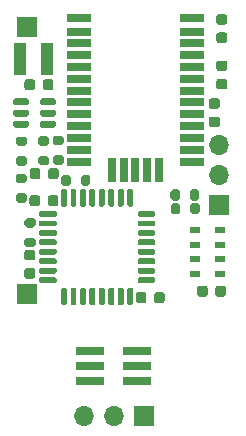
<source format=gbr>
%TF.GenerationSoftware,KiCad,Pcbnew,5.1.9*%
%TF.CreationDate,2021-03-27T13:30:24+01:00*%
%TF.ProjectId,picoballoon,7069636f-6261-46c6-9c6f-6f6e2e6b6963,0.1*%
%TF.SameCoordinates,Original*%
%TF.FileFunction,Soldermask,Top*%
%TF.FilePolarity,Negative*%
%FSLAX46Y46*%
G04 Gerber Fmt 4.6, Leading zero omitted, Abs format (unit mm)*
G04 Created by KiCad (PCBNEW 5.1.9) date 2021-03-27 13:30:24*
%MOMM*%
%LPD*%
G01*
G04 APERTURE LIST*
%ADD10O,1.700000X1.700000*%
%ADD11R,1.700000X1.700000*%
%ADD12R,0.700000X2.150000*%
%ADD13R,2.150000X0.700000*%
%ADD14R,2.400000X0.740000*%
%ADD15R,1.000000X2.750000*%
%ADD16R,0.950000X0.550000*%
G04 APERTURE END LIST*
D10*
%TO.C,J5*%
X137380000Y-69940000D03*
X137380000Y-72480000D03*
D11*
X137380000Y-75020000D03*
%TD*%
%TO.C,J2*%
X121100000Y-82600000D03*
%TD*%
%TO.C,R3*%
G36*
G01*
X120925000Y-70050000D02*
X120375000Y-70050000D01*
G75*
G02*
X120175000Y-69850000I0J200000D01*
G01*
X120175000Y-69450000D01*
G75*
G02*
X120375000Y-69250000I200000J0D01*
G01*
X120925000Y-69250000D01*
G75*
G02*
X121125000Y-69450000I0J-200000D01*
G01*
X121125000Y-69850000D01*
G75*
G02*
X120925000Y-70050000I-200000J0D01*
G01*
G37*
G36*
G01*
X120925000Y-71700000D02*
X120375000Y-71700000D01*
G75*
G02*
X120175000Y-71500000I0J200000D01*
G01*
X120175000Y-71100000D01*
G75*
G02*
X120375000Y-70900000I200000J0D01*
G01*
X120925000Y-70900000D01*
G75*
G02*
X121125000Y-71100000I0J-200000D01*
G01*
X121125000Y-71500000D01*
G75*
G02*
X120925000Y-71700000I-200000J0D01*
G01*
G37*
%TD*%
%TO.C,U4*%
G36*
G01*
X122125000Y-75925000D02*
X122125000Y-75675000D01*
G75*
G02*
X122250000Y-75550000I125000J0D01*
G01*
X123500000Y-75550000D01*
G75*
G02*
X123625000Y-75675000I0J-125000D01*
G01*
X123625000Y-75925000D01*
G75*
G02*
X123500000Y-76050000I-125000J0D01*
G01*
X122250000Y-76050000D01*
G75*
G02*
X122125000Y-75925000I0J125000D01*
G01*
G37*
G36*
G01*
X122125000Y-76725000D02*
X122125000Y-76475000D01*
G75*
G02*
X122250000Y-76350000I125000J0D01*
G01*
X123500000Y-76350000D01*
G75*
G02*
X123625000Y-76475000I0J-125000D01*
G01*
X123625000Y-76725000D01*
G75*
G02*
X123500000Y-76850000I-125000J0D01*
G01*
X122250000Y-76850000D01*
G75*
G02*
X122125000Y-76725000I0J125000D01*
G01*
G37*
G36*
G01*
X122125000Y-77525000D02*
X122125000Y-77275000D01*
G75*
G02*
X122250000Y-77150000I125000J0D01*
G01*
X123500000Y-77150000D01*
G75*
G02*
X123625000Y-77275000I0J-125000D01*
G01*
X123625000Y-77525000D01*
G75*
G02*
X123500000Y-77650000I-125000J0D01*
G01*
X122250000Y-77650000D01*
G75*
G02*
X122125000Y-77525000I0J125000D01*
G01*
G37*
G36*
G01*
X122125000Y-78325000D02*
X122125000Y-78075000D01*
G75*
G02*
X122250000Y-77950000I125000J0D01*
G01*
X123500000Y-77950000D01*
G75*
G02*
X123625000Y-78075000I0J-125000D01*
G01*
X123625000Y-78325000D01*
G75*
G02*
X123500000Y-78450000I-125000J0D01*
G01*
X122250000Y-78450000D01*
G75*
G02*
X122125000Y-78325000I0J125000D01*
G01*
G37*
G36*
G01*
X122125000Y-79125000D02*
X122125000Y-78875000D01*
G75*
G02*
X122250000Y-78750000I125000J0D01*
G01*
X123500000Y-78750000D01*
G75*
G02*
X123625000Y-78875000I0J-125000D01*
G01*
X123625000Y-79125000D01*
G75*
G02*
X123500000Y-79250000I-125000J0D01*
G01*
X122250000Y-79250000D01*
G75*
G02*
X122125000Y-79125000I0J125000D01*
G01*
G37*
G36*
G01*
X122125000Y-79925000D02*
X122125000Y-79675000D01*
G75*
G02*
X122250000Y-79550000I125000J0D01*
G01*
X123500000Y-79550000D01*
G75*
G02*
X123625000Y-79675000I0J-125000D01*
G01*
X123625000Y-79925000D01*
G75*
G02*
X123500000Y-80050000I-125000J0D01*
G01*
X122250000Y-80050000D01*
G75*
G02*
X122125000Y-79925000I0J125000D01*
G01*
G37*
G36*
G01*
X122125000Y-80725000D02*
X122125000Y-80475000D01*
G75*
G02*
X122250000Y-80350000I125000J0D01*
G01*
X123500000Y-80350000D01*
G75*
G02*
X123625000Y-80475000I0J-125000D01*
G01*
X123625000Y-80725000D01*
G75*
G02*
X123500000Y-80850000I-125000J0D01*
G01*
X122250000Y-80850000D01*
G75*
G02*
X122125000Y-80725000I0J125000D01*
G01*
G37*
G36*
G01*
X122125000Y-81525000D02*
X122125000Y-81275000D01*
G75*
G02*
X122250000Y-81150000I125000J0D01*
G01*
X123500000Y-81150000D01*
G75*
G02*
X123625000Y-81275000I0J-125000D01*
G01*
X123625000Y-81525000D01*
G75*
G02*
X123500000Y-81650000I-125000J0D01*
G01*
X122250000Y-81650000D01*
G75*
G02*
X122125000Y-81525000I0J125000D01*
G01*
G37*
G36*
G01*
X124000000Y-83400000D02*
X124000000Y-82150000D01*
G75*
G02*
X124125000Y-82025000I125000J0D01*
G01*
X124375000Y-82025000D01*
G75*
G02*
X124500000Y-82150000I0J-125000D01*
G01*
X124500000Y-83400000D01*
G75*
G02*
X124375000Y-83525000I-125000J0D01*
G01*
X124125000Y-83525000D01*
G75*
G02*
X124000000Y-83400000I0J125000D01*
G01*
G37*
G36*
G01*
X124800000Y-83400000D02*
X124800000Y-82150000D01*
G75*
G02*
X124925000Y-82025000I125000J0D01*
G01*
X125175000Y-82025000D01*
G75*
G02*
X125300000Y-82150000I0J-125000D01*
G01*
X125300000Y-83400000D01*
G75*
G02*
X125175000Y-83525000I-125000J0D01*
G01*
X124925000Y-83525000D01*
G75*
G02*
X124800000Y-83400000I0J125000D01*
G01*
G37*
G36*
G01*
X125600000Y-83400000D02*
X125600000Y-82150000D01*
G75*
G02*
X125725000Y-82025000I125000J0D01*
G01*
X125975000Y-82025000D01*
G75*
G02*
X126100000Y-82150000I0J-125000D01*
G01*
X126100000Y-83400000D01*
G75*
G02*
X125975000Y-83525000I-125000J0D01*
G01*
X125725000Y-83525000D01*
G75*
G02*
X125600000Y-83400000I0J125000D01*
G01*
G37*
G36*
G01*
X126400000Y-83400000D02*
X126400000Y-82150000D01*
G75*
G02*
X126525000Y-82025000I125000J0D01*
G01*
X126775000Y-82025000D01*
G75*
G02*
X126900000Y-82150000I0J-125000D01*
G01*
X126900000Y-83400000D01*
G75*
G02*
X126775000Y-83525000I-125000J0D01*
G01*
X126525000Y-83525000D01*
G75*
G02*
X126400000Y-83400000I0J125000D01*
G01*
G37*
G36*
G01*
X127200000Y-83400000D02*
X127200000Y-82150000D01*
G75*
G02*
X127325000Y-82025000I125000J0D01*
G01*
X127575000Y-82025000D01*
G75*
G02*
X127700000Y-82150000I0J-125000D01*
G01*
X127700000Y-83400000D01*
G75*
G02*
X127575000Y-83525000I-125000J0D01*
G01*
X127325000Y-83525000D01*
G75*
G02*
X127200000Y-83400000I0J125000D01*
G01*
G37*
G36*
G01*
X128000000Y-83400000D02*
X128000000Y-82150000D01*
G75*
G02*
X128125000Y-82025000I125000J0D01*
G01*
X128375000Y-82025000D01*
G75*
G02*
X128500000Y-82150000I0J-125000D01*
G01*
X128500000Y-83400000D01*
G75*
G02*
X128375000Y-83525000I-125000J0D01*
G01*
X128125000Y-83525000D01*
G75*
G02*
X128000000Y-83400000I0J125000D01*
G01*
G37*
G36*
G01*
X128800000Y-83400000D02*
X128800000Y-82150000D01*
G75*
G02*
X128925000Y-82025000I125000J0D01*
G01*
X129175000Y-82025000D01*
G75*
G02*
X129300000Y-82150000I0J-125000D01*
G01*
X129300000Y-83400000D01*
G75*
G02*
X129175000Y-83525000I-125000J0D01*
G01*
X128925000Y-83525000D01*
G75*
G02*
X128800000Y-83400000I0J125000D01*
G01*
G37*
G36*
G01*
X129600000Y-83400000D02*
X129600000Y-82150000D01*
G75*
G02*
X129725000Y-82025000I125000J0D01*
G01*
X129975000Y-82025000D01*
G75*
G02*
X130100000Y-82150000I0J-125000D01*
G01*
X130100000Y-83400000D01*
G75*
G02*
X129975000Y-83525000I-125000J0D01*
G01*
X129725000Y-83525000D01*
G75*
G02*
X129600000Y-83400000I0J125000D01*
G01*
G37*
G36*
G01*
X130475000Y-81525000D02*
X130475000Y-81275000D01*
G75*
G02*
X130600000Y-81150000I125000J0D01*
G01*
X131850000Y-81150000D01*
G75*
G02*
X131975000Y-81275000I0J-125000D01*
G01*
X131975000Y-81525000D01*
G75*
G02*
X131850000Y-81650000I-125000J0D01*
G01*
X130600000Y-81650000D01*
G75*
G02*
X130475000Y-81525000I0J125000D01*
G01*
G37*
G36*
G01*
X130475000Y-80725000D02*
X130475000Y-80475000D01*
G75*
G02*
X130600000Y-80350000I125000J0D01*
G01*
X131850000Y-80350000D01*
G75*
G02*
X131975000Y-80475000I0J-125000D01*
G01*
X131975000Y-80725000D01*
G75*
G02*
X131850000Y-80850000I-125000J0D01*
G01*
X130600000Y-80850000D01*
G75*
G02*
X130475000Y-80725000I0J125000D01*
G01*
G37*
G36*
G01*
X130475000Y-79925000D02*
X130475000Y-79675000D01*
G75*
G02*
X130600000Y-79550000I125000J0D01*
G01*
X131850000Y-79550000D01*
G75*
G02*
X131975000Y-79675000I0J-125000D01*
G01*
X131975000Y-79925000D01*
G75*
G02*
X131850000Y-80050000I-125000J0D01*
G01*
X130600000Y-80050000D01*
G75*
G02*
X130475000Y-79925000I0J125000D01*
G01*
G37*
G36*
G01*
X130475000Y-79125000D02*
X130475000Y-78875000D01*
G75*
G02*
X130600000Y-78750000I125000J0D01*
G01*
X131850000Y-78750000D01*
G75*
G02*
X131975000Y-78875000I0J-125000D01*
G01*
X131975000Y-79125000D01*
G75*
G02*
X131850000Y-79250000I-125000J0D01*
G01*
X130600000Y-79250000D01*
G75*
G02*
X130475000Y-79125000I0J125000D01*
G01*
G37*
G36*
G01*
X130475000Y-78325000D02*
X130475000Y-78075000D01*
G75*
G02*
X130600000Y-77950000I125000J0D01*
G01*
X131850000Y-77950000D01*
G75*
G02*
X131975000Y-78075000I0J-125000D01*
G01*
X131975000Y-78325000D01*
G75*
G02*
X131850000Y-78450000I-125000J0D01*
G01*
X130600000Y-78450000D01*
G75*
G02*
X130475000Y-78325000I0J125000D01*
G01*
G37*
G36*
G01*
X130475000Y-77525000D02*
X130475000Y-77275000D01*
G75*
G02*
X130600000Y-77150000I125000J0D01*
G01*
X131850000Y-77150000D01*
G75*
G02*
X131975000Y-77275000I0J-125000D01*
G01*
X131975000Y-77525000D01*
G75*
G02*
X131850000Y-77650000I-125000J0D01*
G01*
X130600000Y-77650000D01*
G75*
G02*
X130475000Y-77525000I0J125000D01*
G01*
G37*
G36*
G01*
X130475000Y-76725000D02*
X130475000Y-76475000D01*
G75*
G02*
X130600000Y-76350000I125000J0D01*
G01*
X131850000Y-76350000D01*
G75*
G02*
X131975000Y-76475000I0J-125000D01*
G01*
X131975000Y-76725000D01*
G75*
G02*
X131850000Y-76850000I-125000J0D01*
G01*
X130600000Y-76850000D01*
G75*
G02*
X130475000Y-76725000I0J125000D01*
G01*
G37*
G36*
G01*
X130475000Y-75925000D02*
X130475000Y-75675000D01*
G75*
G02*
X130600000Y-75550000I125000J0D01*
G01*
X131850000Y-75550000D01*
G75*
G02*
X131975000Y-75675000I0J-125000D01*
G01*
X131975000Y-75925000D01*
G75*
G02*
X131850000Y-76050000I-125000J0D01*
G01*
X130600000Y-76050000D01*
G75*
G02*
X130475000Y-75925000I0J125000D01*
G01*
G37*
G36*
G01*
X129600000Y-75050000D02*
X129600000Y-73800000D01*
G75*
G02*
X129725000Y-73675000I125000J0D01*
G01*
X129975000Y-73675000D01*
G75*
G02*
X130100000Y-73800000I0J-125000D01*
G01*
X130100000Y-75050000D01*
G75*
G02*
X129975000Y-75175000I-125000J0D01*
G01*
X129725000Y-75175000D01*
G75*
G02*
X129600000Y-75050000I0J125000D01*
G01*
G37*
G36*
G01*
X128800000Y-75050000D02*
X128800000Y-73800000D01*
G75*
G02*
X128925000Y-73675000I125000J0D01*
G01*
X129175000Y-73675000D01*
G75*
G02*
X129300000Y-73800000I0J-125000D01*
G01*
X129300000Y-75050000D01*
G75*
G02*
X129175000Y-75175000I-125000J0D01*
G01*
X128925000Y-75175000D01*
G75*
G02*
X128800000Y-75050000I0J125000D01*
G01*
G37*
G36*
G01*
X128000000Y-75050000D02*
X128000000Y-73800000D01*
G75*
G02*
X128125000Y-73675000I125000J0D01*
G01*
X128375000Y-73675000D01*
G75*
G02*
X128500000Y-73800000I0J-125000D01*
G01*
X128500000Y-75050000D01*
G75*
G02*
X128375000Y-75175000I-125000J0D01*
G01*
X128125000Y-75175000D01*
G75*
G02*
X128000000Y-75050000I0J125000D01*
G01*
G37*
G36*
G01*
X127200000Y-75050000D02*
X127200000Y-73800000D01*
G75*
G02*
X127325000Y-73675000I125000J0D01*
G01*
X127575000Y-73675000D01*
G75*
G02*
X127700000Y-73800000I0J-125000D01*
G01*
X127700000Y-75050000D01*
G75*
G02*
X127575000Y-75175000I-125000J0D01*
G01*
X127325000Y-75175000D01*
G75*
G02*
X127200000Y-75050000I0J125000D01*
G01*
G37*
G36*
G01*
X126400000Y-75050000D02*
X126400000Y-73800000D01*
G75*
G02*
X126525000Y-73675000I125000J0D01*
G01*
X126775000Y-73675000D01*
G75*
G02*
X126900000Y-73800000I0J-125000D01*
G01*
X126900000Y-75050000D01*
G75*
G02*
X126775000Y-75175000I-125000J0D01*
G01*
X126525000Y-75175000D01*
G75*
G02*
X126400000Y-75050000I0J125000D01*
G01*
G37*
G36*
G01*
X125600000Y-75050000D02*
X125600000Y-73800000D01*
G75*
G02*
X125725000Y-73675000I125000J0D01*
G01*
X125975000Y-73675000D01*
G75*
G02*
X126100000Y-73800000I0J-125000D01*
G01*
X126100000Y-75050000D01*
G75*
G02*
X125975000Y-75175000I-125000J0D01*
G01*
X125725000Y-75175000D01*
G75*
G02*
X125600000Y-75050000I0J125000D01*
G01*
G37*
G36*
G01*
X124800000Y-75050000D02*
X124800000Y-73800000D01*
G75*
G02*
X124925000Y-73675000I125000J0D01*
G01*
X125175000Y-73675000D01*
G75*
G02*
X125300000Y-73800000I0J-125000D01*
G01*
X125300000Y-75050000D01*
G75*
G02*
X125175000Y-75175000I-125000J0D01*
G01*
X124925000Y-75175000D01*
G75*
G02*
X124800000Y-75050000I0J125000D01*
G01*
G37*
G36*
G01*
X124000000Y-75050000D02*
X124000000Y-73800000D01*
G75*
G02*
X124125000Y-73675000I125000J0D01*
G01*
X124375000Y-73675000D01*
G75*
G02*
X124500000Y-73800000I0J-125000D01*
G01*
X124500000Y-75050000D01*
G75*
G02*
X124375000Y-75175000I-125000J0D01*
G01*
X124125000Y-75175000D01*
G75*
G02*
X124000000Y-75050000I0J125000D01*
G01*
G37*
%TD*%
D12*
%TO.C,U3*%
X132300000Y-72100000D03*
X131300000Y-72100000D03*
X130300000Y-72100000D03*
X129300000Y-72100000D03*
X128300000Y-72100000D03*
D13*
X125550000Y-71350000D03*
X125550000Y-70350000D03*
X125550000Y-69350000D03*
X125550000Y-68350000D03*
X125550000Y-67350000D03*
X125550000Y-66350000D03*
X125550000Y-65350000D03*
X125550000Y-64350000D03*
X125550000Y-63350000D03*
X125550000Y-62350000D03*
X125550000Y-61350000D03*
X125550000Y-60350000D03*
X125550000Y-59200000D03*
X135050000Y-59200000D03*
X135050000Y-60350000D03*
X135050000Y-61350000D03*
X135050000Y-62350000D03*
X135050000Y-63350000D03*
X135050000Y-64350000D03*
X135050000Y-65350000D03*
X135050000Y-66350000D03*
X135050000Y-67350000D03*
X135050000Y-68350000D03*
X135050000Y-69350000D03*
X135050000Y-70350000D03*
X135050000Y-71350000D03*
%TD*%
%TO.C,C1*%
G36*
G01*
X137850000Y-59775000D02*
X137350000Y-59775000D01*
G75*
G02*
X137125000Y-59550000I0J225000D01*
G01*
X137125000Y-59100000D01*
G75*
G02*
X137350000Y-58875000I225000J0D01*
G01*
X137850000Y-58875000D01*
G75*
G02*
X138075000Y-59100000I0J-225000D01*
G01*
X138075000Y-59550000D01*
G75*
G02*
X137850000Y-59775000I-225000J0D01*
G01*
G37*
G36*
G01*
X137850000Y-61325000D02*
X137350000Y-61325000D01*
G75*
G02*
X137125000Y-61100000I0J225000D01*
G01*
X137125000Y-60650000D01*
G75*
G02*
X137350000Y-60425000I225000J0D01*
G01*
X137850000Y-60425000D01*
G75*
G02*
X138075000Y-60650000I0J-225000D01*
G01*
X138075000Y-61100000D01*
G75*
G02*
X137850000Y-61325000I-225000J0D01*
G01*
G37*
%TD*%
%TO.C,C2*%
G36*
G01*
X137350000Y-62800000D02*
X137850000Y-62800000D01*
G75*
G02*
X138075000Y-63025000I0J-225000D01*
G01*
X138075000Y-63475000D01*
G75*
G02*
X137850000Y-63700000I-225000J0D01*
G01*
X137350000Y-63700000D01*
G75*
G02*
X137125000Y-63475000I0J225000D01*
G01*
X137125000Y-63025000D01*
G75*
G02*
X137350000Y-62800000I225000J0D01*
G01*
G37*
G36*
G01*
X137350000Y-64350000D02*
X137850000Y-64350000D01*
G75*
G02*
X138075000Y-64575000I0J-225000D01*
G01*
X138075000Y-65025000D01*
G75*
G02*
X137850000Y-65250000I-225000J0D01*
G01*
X137350000Y-65250000D01*
G75*
G02*
X137125000Y-65025000I0J225000D01*
G01*
X137125000Y-64575000D01*
G75*
G02*
X137350000Y-64350000I225000J0D01*
G01*
G37*
%TD*%
%TO.C,C4*%
G36*
G01*
X135510000Y-82580000D02*
X135510000Y-82080000D01*
G75*
G02*
X135735000Y-81855000I225000J0D01*
G01*
X136185000Y-81855000D01*
G75*
G02*
X136410000Y-82080000I0J-225000D01*
G01*
X136410000Y-82580000D01*
G75*
G02*
X136185000Y-82805000I-225000J0D01*
G01*
X135735000Y-82805000D01*
G75*
G02*
X135510000Y-82580000I0J225000D01*
G01*
G37*
G36*
G01*
X137060000Y-82580000D02*
X137060000Y-82080000D01*
G75*
G02*
X137285000Y-81855000I225000J0D01*
G01*
X137735000Y-81855000D01*
G75*
G02*
X137960000Y-82080000I0J-225000D01*
G01*
X137960000Y-82580000D01*
G75*
G02*
X137735000Y-82805000I-225000J0D01*
G01*
X137285000Y-82805000D01*
G75*
G02*
X137060000Y-82580000I0J225000D01*
G01*
G37*
%TD*%
%TO.C,C5*%
G36*
G01*
X137225000Y-68450000D02*
X136725000Y-68450000D01*
G75*
G02*
X136500000Y-68225000I0J225000D01*
G01*
X136500000Y-67775000D01*
G75*
G02*
X136725000Y-67550000I225000J0D01*
G01*
X137225000Y-67550000D01*
G75*
G02*
X137450000Y-67775000I0J-225000D01*
G01*
X137450000Y-68225000D01*
G75*
G02*
X137225000Y-68450000I-225000J0D01*
G01*
G37*
G36*
G01*
X137225000Y-66900000D02*
X136725000Y-66900000D01*
G75*
G02*
X136500000Y-66675000I0J225000D01*
G01*
X136500000Y-66225000D01*
G75*
G02*
X136725000Y-66000000I225000J0D01*
G01*
X137225000Y-66000000D01*
G75*
G02*
X137450000Y-66225000I0J-225000D01*
G01*
X137450000Y-66675000D01*
G75*
G02*
X137225000Y-66900000I-225000J0D01*
G01*
G37*
%TD*%
%TO.C,C6*%
G36*
G01*
X121800000Y-64600000D02*
X121800000Y-65100000D01*
G75*
G02*
X121575000Y-65325000I-225000J0D01*
G01*
X121125000Y-65325000D01*
G75*
G02*
X120900000Y-65100000I0J225000D01*
G01*
X120900000Y-64600000D01*
G75*
G02*
X121125000Y-64375000I225000J0D01*
G01*
X121575000Y-64375000D01*
G75*
G02*
X121800000Y-64600000I0J-225000D01*
G01*
G37*
G36*
G01*
X123350000Y-64600000D02*
X123350000Y-65100000D01*
G75*
G02*
X123125000Y-65325000I-225000J0D01*
G01*
X122675000Y-65325000D01*
G75*
G02*
X122450000Y-65100000I0J225000D01*
G01*
X122450000Y-64600000D01*
G75*
G02*
X122675000Y-64375000I225000J0D01*
G01*
X123125000Y-64375000D01*
G75*
G02*
X123350000Y-64600000I0J-225000D01*
G01*
G37*
%TD*%
%TO.C,C7*%
G36*
G01*
X121100000Y-78825000D02*
X121600000Y-78825000D01*
G75*
G02*
X121825000Y-79050000I0J-225000D01*
G01*
X121825000Y-79500000D01*
G75*
G02*
X121600000Y-79725000I-225000J0D01*
G01*
X121100000Y-79725000D01*
G75*
G02*
X120875000Y-79500000I0J225000D01*
G01*
X120875000Y-79050000D01*
G75*
G02*
X121100000Y-78825000I225000J0D01*
G01*
G37*
G36*
G01*
X121100000Y-80375000D02*
X121600000Y-80375000D01*
G75*
G02*
X121825000Y-80600000I0J-225000D01*
G01*
X121825000Y-81050000D01*
G75*
G02*
X121600000Y-81275000I-225000J0D01*
G01*
X121100000Y-81275000D01*
G75*
G02*
X120875000Y-81050000I0J225000D01*
G01*
X120875000Y-80600000D01*
G75*
G02*
X121100000Y-80375000I225000J0D01*
G01*
G37*
%TD*%
%TO.C,C8*%
G36*
G01*
X122875000Y-74925000D02*
X122875000Y-74425000D01*
G75*
G02*
X123100000Y-74200000I225000J0D01*
G01*
X123550000Y-74200000D01*
G75*
G02*
X123775000Y-74425000I0J-225000D01*
G01*
X123775000Y-74925000D01*
G75*
G02*
X123550000Y-75150000I-225000J0D01*
G01*
X123100000Y-75150000D01*
G75*
G02*
X122875000Y-74925000I0J225000D01*
G01*
G37*
G36*
G01*
X121325000Y-74925000D02*
X121325000Y-74425000D01*
G75*
G02*
X121550000Y-74200000I225000J0D01*
G01*
X122000000Y-74200000D01*
G75*
G02*
X122225000Y-74425000I0J-225000D01*
G01*
X122225000Y-74925000D01*
G75*
G02*
X122000000Y-75150000I-225000J0D01*
G01*
X121550000Y-75150000D01*
G75*
G02*
X121325000Y-74925000I0J225000D01*
G01*
G37*
%TD*%
%TO.C,C9*%
G36*
G01*
X121350000Y-72625000D02*
X121350000Y-72125000D01*
G75*
G02*
X121575000Y-71900000I225000J0D01*
G01*
X122025000Y-71900000D01*
G75*
G02*
X122250000Y-72125000I0J-225000D01*
G01*
X122250000Y-72625000D01*
G75*
G02*
X122025000Y-72850000I-225000J0D01*
G01*
X121575000Y-72850000D01*
G75*
G02*
X121350000Y-72625000I0J225000D01*
G01*
G37*
G36*
G01*
X122900000Y-72625000D02*
X122900000Y-72125000D01*
G75*
G02*
X123125000Y-71900000I225000J0D01*
G01*
X123575000Y-71900000D01*
G75*
G02*
X123800000Y-72125000I0J-225000D01*
G01*
X123800000Y-72625000D01*
G75*
G02*
X123575000Y-72850000I-225000J0D01*
G01*
X123125000Y-72850000D01*
G75*
G02*
X122900000Y-72625000I0J225000D01*
G01*
G37*
%TD*%
%TO.C,C10*%
G36*
G01*
X132780000Y-82630000D02*
X132780000Y-83130000D01*
G75*
G02*
X132555000Y-83355000I-225000J0D01*
G01*
X132105000Y-83355000D01*
G75*
G02*
X131880000Y-83130000I0J225000D01*
G01*
X131880000Y-82630000D01*
G75*
G02*
X132105000Y-82405000I225000J0D01*
G01*
X132555000Y-82405000D01*
G75*
G02*
X132780000Y-82630000I0J-225000D01*
G01*
G37*
G36*
G01*
X131230000Y-82630000D02*
X131230000Y-83130000D01*
G75*
G02*
X131005000Y-83355000I-225000J0D01*
G01*
X130555000Y-83355000D01*
G75*
G02*
X130330000Y-83130000I0J225000D01*
G01*
X130330000Y-82630000D01*
G75*
G02*
X130555000Y-82405000I225000J0D01*
G01*
X131005000Y-82405000D01*
G75*
G02*
X131230000Y-82630000I0J-225000D01*
G01*
G37*
%TD*%
D11*
%TO.C,J1*%
X121100000Y-59950000D03*
%TD*%
%TO.C,J3*%
X131020000Y-92860000D03*
D10*
X128480000Y-92860000D03*
X125940000Y-92860000D03*
%TD*%
D14*
%TO.C,J4*%
X126490000Y-87380000D03*
X130390000Y-87380000D03*
X126490000Y-88650000D03*
X130390000Y-88650000D03*
X126490000Y-89920000D03*
X130390000Y-89920000D03*
%TD*%
D15*
%TO.C,L1*%
X122850000Y-62650000D03*
X120550000Y-62650000D03*
%TD*%
%TO.C,R1*%
G36*
G01*
X133255000Y-74455000D02*
X133255000Y-73905000D01*
G75*
G02*
X133455000Y-73705000I200000J0D01*
G01*
X133855000Y-73705000D01*
G75*
G02*
X134055000Y-73905000I0J-200000D01*
G01*
X134055000Y-74455000D01*
G75*
G02*
X133855000Y-74655000I-200000J0D01*
G01*
X133455000Y-74655000D01*
G75*
G02*
X133255000Y-74455000I0J200000D01*
G01*
G37*
G36*
G01*
X134905000Y-74455000D02*
X134905000Y-73905000D01*
G75*
G02*
X135105000Y-73705000I200000J0D01*
G01*
X135505000Y-73705000D01*
G75*
G02*
X135705000Y-73905000I0J-200000D01*
G01*
X135705000Y-74455000D01*
G75*
G02*
X135505000Y-74655000I-200000J0D01*
G01*
X135105000Y-74655000D01*
G75*
G02*
X134905000Y-74455000I0J200000D01*
G01*
G37*
%TD*%
%TO.C,R2*%
G36*
G01*
X134935000Y-75625000D02*
X134935000Y-75075000D01*
G75*
G02*
X135135000Y-74875000I200000J0D01*
G01*
X135535000Y-74875000D01*
G75*
G02*
X135735000Y-75075000I0J-200000D01*
G01*
X135735000Y-75625000D01*
G75*
G02*
X135535000Y-75825000I-200000J0D01*
G01*
X135135000Y-75825000D01*
G75*
G02*
X134935000Y-75625000I0J200000D01*
G01*
G37*
G36*
G01*
X133285000Y-75625000D02*
X133285000Y-75075000D01*
G75*
G02*
X133485000Y-74875000I200000J0D01*
G01*
X133885000Y-74875000D01*
G75*
G02*
X134085000Y-75075000I0J-200000D01*
G01*
X134085000Y-75625000D01*
G75*
G02*
X133885000Y-75825000I-200000J0D01*
G01*
X133485000Y-75825000D01*
G75*
G02*
X133285000Y-75625000I0J200000D01*
G01*
G37*
%TD*%
%TO.C,R4*%
G36*
G01*
X126475000Y-72675000D02*
X126475000Y-73225000D01*
G75*
G02*
X126275000Y-73425000I-200000J0D01*
G01*
X125875000Y-73425000D01*
G75*
G02*
X125675000Y-73225000I0J200000D01*
G01*
X125675000Y-72675000D01*
G75*
G02*
X125875000Y-72475000I200000J0D01*
G01*
X126275000Y-72475000D01*
G75*
G02*
X126475000Y-72675000I0J-200000D01*
G01*
G37*
G36*
G01*
X124825000Y-72675000D02*
X124825000Y-73225000D01*
G75*
G02*
X124625000Y-73425000I-200000J0D01*
G01*
X124225000Y-73425000D01*
G75*
G02*
X124025000Y-73225000I0J200000D01*
G01*
X124025000Y-72675000D01*
G75*
G02*
X124225000Y-72475000I200000J0D01*
G01*
X124625000Y-72475000D01*
G75*
G02*
X124825000Y-72675000I0J-200000D01*
G01*
G37*
%TD*%
%TO.C,R5*%
G36*
G01*
X121650000Y-76950000D02*
X121100000Y-76950000D01*
G75*
G02*
X120900000Y-76750000I0J200000D01*
G01*
X120900000Y-76350000D01*
G75*
G02*
X121100000Y-76150000I200000J0D01*
G01*
X121650000Y-76150000D01*
G75*
G02*
X121850000Y-76350000I0J-200000D01*
G01*
X121850000Y-76750000D01*
G75*
G02*
X121650000Y-76950000I-200000J0D01*
G01*
G37*
G36*
G01*
X121650000Y-78600000D02*
X121100000Y-78600000D01*
G75*
G02*
X120900000Y-78400000I0J200000D01*
G01*
X120900000Y-78000000D01*
G75*
G02*
X121100000Y-77800000I200000J0D01*
G01*
X121650000Y-77800000D01*
G75*
G02*
X121850000Y-78000000I0J-200000D01*
G01*
X121850000Y-78400000D01*
G75*
G02*
X121650000Y-78600000I-200000J0D01*
G01*
G37*
%TD*%
%TO.C,R6*%
G36*
G01*
X120900000Y-74850000D02*
X120350000Y-74850000D01*
G75*
G02*
X120150000Y-74650000I0J200000D01*
G01*
X120150000Y-74250000D01*
G75*
G02*
X120350000Y-74050000I200000J0D01*
G01*
X120900000Y-74050000D01*
G75*
G02*
X121100000Y-74250000I0J-200000D01*
G01*
X121100000Y-74650000D01*
G75*
G02*
X120900000Y-74850000I-200000J0D01*
G01*
G37*
G36*
G01*
X120900000Y-73200000D02*
X120350000Y-73200000D01*
G75*
G02*
X120150000Y-73000000I0J200000D01*
G01*
X120150000Y-72600000D01*
G75*
G02*
X120350000Y-72400000I200000J0D01*
G01*
X120900000Y-72400000D01*
G75*
G02*
X121100000Y-72600000I0J-200000D01*
G01*
X121100000Y-73000000D01*
G75*
G02*
X120900000Y-73200000I-200000J0D01*
G01*
G37*
%TD*%
%TO.C,R7*%
G36*
G01*
X122800000Y-71675000D02*
X122250000Y-71675000D01*
G75*
G02*
X122050000Y-71475000I0J200000D01*
G01*
X122050000Y-71075000D01*
G75*
G02*
X122250000Y-70875000I200000J0D01*
G01*
X122800000Y-70875000D01*
G75*
G02*
X123000000Y-71075000I0J-200000D01*
G01*
X123000000Y-71475000D01*
G75*
G02*
X122800000Y-71675000I-200000J0D01*
G01*
G37*
G36*
G01*
X122800000Y-70025000D02*
X122250000Y-70025000D01*
G75*
G02*
X122050000Y-69825000I0J200000D01*
G01*
X122050000Y-69425000D01*
G75*
G02*
X122250000Y-69225000I200000J0D01*
G01*
X122800000Y-69225000D01*
G75*
G02*
X123000000Y-69425000I0J-200000D01*
G01*
X123000000Y-69825000D01*
G75*
G02*
X122800000Y-70025000I-200000J0D01*
G01*
G37*
%TD*%
%TO.C,R8*%
G36*
G01*
X123475000Y-70825000D02*
X124025000Y-70825000D01*
G75*
G02*
X124225000Y-71025000I0J-200000D01*
G01*
X124225000Y-71425000D01*
G75*
G02*
X124025000Y-71625000I-200000J0D01*
G01*
X123475000Y-71625000D01*
G75*
G02*
X123275000Y-71425000I0J200000D01*
G01*
X123275000Y-71025000D01*
G75*
G02*
X123475000Y-70825000I200000J0D01*
G01*
G37*
G36*
G01*
X123475000Y-69175000D02*
X124025000Y-69175000D01*
G75*
G02*
X124225000Y-69375000I0J-200000D01*
G01*
X124225000Y-69775000D01*
G75*
G02*
X124025000Y-69975000I-200000J0D01*
G01*
X123475000Y-69975000D01*
G75*
G02*
X123275000Y-69775000I0J200000D01*
G01*
X123275000Y-69375000D01*
G75*
G02*
X123475000Y-69175000I200000J0D01*
G01*
G37*
%TD*%
D16*
%TO.C,U1*%
X135330000Y-77130000D03*
X135330000Y-78380000D03*
X135330000Y-79630000D03*
X135330000Y-80880000D03*
X137480000Y-78380000D03*
X137480000Y-79630000D03*
X137480000Y-80880000D03*
X137480000Y-77130000D03*
%TD*%
%TO.C,U5*%
G36*
G01*
X119937500Y-66450000D02*
X119937500Y-66150000D01*
G75*
G02*
X120087500Y-66000000I150000J0D01*
G01*
X121112500Y-66000000D01*
G75*
G02*
X121262500Y-66150000I0J-150000D01*
G01*
X121262500Y-66450000D01*
G75*
G02*
X121112500Y-66600000I-150000J0D01*
G01*
X120087500Y-66600000D01*
G75*
G02*
X119937500Y-66450000I0J150000D01*
G01*
G37*
G36*
G01*
X119937500Y-67400000D02*
X119937500Y-67100000D01*
G75*
G02*
X120087500Y-66950000I150000J0D01*
G01*
X121112500Y-66950000D01*
G75*
G02*
X121262500Y-67100000I0J-150000D01*
G01*
X121262500Y-67400000D01*
G75*
G02*
X121112500Y-67550000I-150000J0D01*
G01*
X120087500Y-67550000D01*
G75*
G02*
X119937500Y-67400000I0J150000D01*
G01*
G37*
G36*
G01*
X119937500Y-68350000D02*
X119937500Y-68050000D01*
G75*
G02*
X120087500Y-67900000I150000J0D01*
G01*
X121112500Y-67900000D01*
G75*
G02*
X121262500Y-68050000I0J-150000D01*
G01*
X121262500Y-68350000D01*
G75*
G02*
X121112500Y-68500000I-150000J0D01*
G01*
X120087500Y-68500000D01*
G75*
G02*
X119937500Y-68350000I0J150000D01*
G01*
G37*
G36*
G01*
X122212500Y-68350000D02*
X122212500Y-68050000D01*
G75*
G02*
X122362500Y-67900000I150000J0D01*
G01*
X123387500Y-67900000D01*
G75*
G02*
X123537500Y-68050000I0J-150000D01*
G01*
X123537500Y-68350000D01*
G75*
G02*
X123387500Y-68500000I-150000J0D01*
G01*
X122362500Y-68500000D01*
G75*
G02*
X122212500Y-68350000I0J150000D01*
G01*
G37*
G36*
G01*
X122212500Y-67400000D02*
X122212500Y-67100000D01*
G75*
G02*
X122362500Y-66950000I150000J0D01*
G01*
X123387500Y-66950000D01*
G75*
G02*
X123537500Y-67100000I0J-150000D01*
G01*
X123537500Y-67400000D01*
G75*
G02*
X123387500Y-67550000I-150000J0D01*
G01*
X122362500Y-67550000D01*
G75*
G02*
X122212500Y-67400000I0J150000D01*
G01*
G37*
G36*
G01*
X122212500Y-66450000D02*
X122212500Y-66150000D01*
G75*
G02*
X122362500Y-66000000I150000J0D01*
G01*
X123387500Y-66000000D01*
G75*
G02*
X123537500Y-66150000I0J-150000D01*
G01*
X123537500Y-66450000D01*
G75*
G02*
X123387500Y-66600000I-150000J0D01*
G01*
X122362500Y-66600000D01*
G75*
G02*
X122212500Y-66450000I0J150000D01*
G01*
G37*
%TD*%
M02*

</source>
